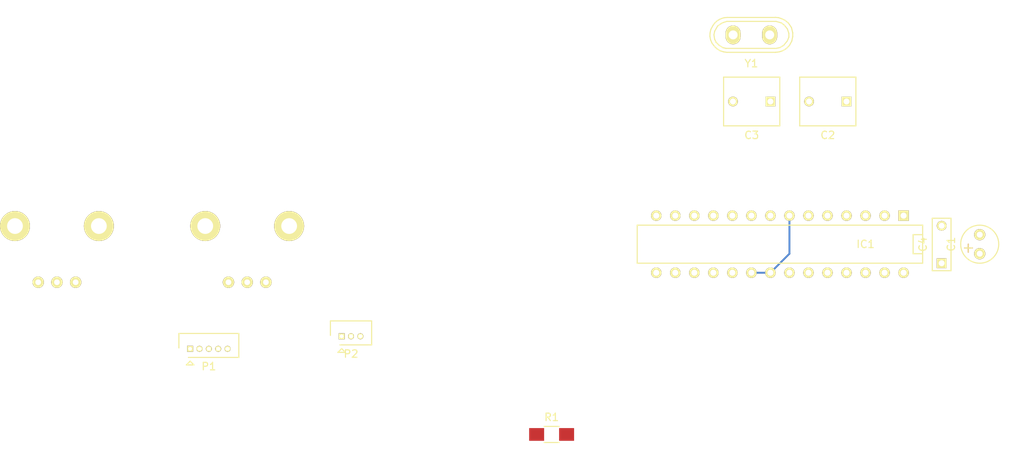
<source format=kicad_pcb>
(kicad_pcb (version 4) (host pcbnew "(2015-05-05 BZR 5645)-product")

  (general
    (links 29)
    (no_connects 27)
    (area 0 0 0 0)
    (thickness 1.6)
    (drawings 0)
    (tracks 3)
    (zones 0)
    (modules 11)
    (nets 26)
  )

  (page A4)
  (layers
    (0 F.Cu signal)
    (31 B.Cu signal)
    (32 B.Adhes user)
    (33 F.Adhes user)
    (34 B.Paste user)
    (35 F.Paste user)
    (36 B.SilkS user)
    (37 F.SilkS user)
    (38 B.Mask user)
    (39 F.Mask user)
    (40 Dwgs.User user)
    (41 Cmts.User user)
    (42 Eco1.User user)
    (43 Eco2.User user)
    (44 Edge.Cuts user)
    (45 Margin user)
    (46 B.CrtYd user)
    (47 F.CrtYd user)
    (48 B.Fab user)
    (49 F.Fab user)
  )

  (setup
    (last_trace_width 0.25)
    (trace_clearance 0.2)
    (zone_clearance 0.508)
    (zone_45_only no)
    (trace_min 0.2)
    (segment_width 0.2)
    (edge_width 0.1)
    (via_size 0.6)
    (via_drill 0.4)
    (via_min_size 0.4)
    (via_min_drill 0.3)
    (uvia_size 0.3)
    (uvia_drill 0.1)
    (uvias_allowed no)
    (uvia_min_size 0.2)
    (uvia_min_drill 0.1)
    (pcb_text_width 0.3)
    (pcb_text_size 1.5 1.5)
    (mod_edge_width 0.15)
    (mod_text_size 1 1)
    (mod_text_width 0.15)
    (pad_size 1.5 1.5)
    (pad_drill 0.6)
    (pad_to_mask_clearance 0)
    (aux_axis_origin 0 0)
    (visible_elements FFFFFF7F)
    (pcbplotparams
      (layerselection 0x00030_80000001)
      (usegerberextensions false)
      (excludeedgelayer true)
      (linewidth 0.100000)
      (plotframeref false)
      (viasonmask false)
      (mode 1)
      (useauxorigin false)
      (hpglpennumber 1)
      (hpglpenspeed 20)
      (hpglpendiameter 15)
      (hpglpenoverlay 2)
      (psnegative false)
      (psa4output false)
      (plotreference true)
      (plotvalue true)
      (plotinvisibletext false)
      (padsonsilk false)
      (subtractmaskfromsilk false)
      (outputformat 1)
      (mirror false)
      (drillshape 1)
      (scaleselection 1)
      (outputdirectory ""))
  )

  (net 0 "")
  (net 1 GND)
  (net 2 VCC)
  (net 3 "Net-(C2-Pad2)")
  (net 4 "Net-(C3-Pad2)")
  (net 5 "Net-(IC1-Pad2)")
  (net 6 "Net-(IC1-Pad3)")
  (net 7 "Net-(IC1-Pad4)")
  (net 8 "Net-(IC1-Pad5)")
  (net 9 "Net-(IC1-Pad6)")
  (net 10 "Net-(IC1-Pad11)")
  (net 11 "Net-(IC1-Pad12)")
  (net 12 "Net-(IC1-Pad13)")
  (net 13 "Net-(IC1-Pad14)")
  (net 14 "Net-(IC1-Pad1)")
  (net 15 "Net-(IC1-Pad15)")
  (net 16 "Net-(IC1-Pad16)")
  (net 17 "Net-(IC1-Pad17)")
  (net 18 "Net-(IC1-Pad18)")
  (net 19 "Net-(IC1-Pad19)")
  (net 20 "Net-(IC1-Pad23)")
  (net 21 "Net-(IC1-Pad24)")
  (net 22 "Net-(IC1-Pad25)")
  (net 23 "Net-(IC1-Pad26)")
  (net 24 "Net-(IC1-Pad27)")
  (net 25 "Net-(IC1-Pad28)")

  (net_class Default "This is the default net class."
    (clearance 0.2)
    (trace_width 0.25)
    (via_dia 0.6)
    (via_drill 0.4)
    (uvia_dia 0.3)
    (uvia_drill 0.1)
    (add_net GND)
    (add_net "Net-(C2-Pad2)")
    (add_net "Net-(C3-Pad2)")
    (add_net "Net-(IC1-Pad1)")
    (add_net "Net-(IC1-Pad11)")
    (add_net "Net-(IC1-Pad12)")
    (add_net "Net-(IC1-Pad13)")
    (add_net "Net-(IC1-Pad14)")
    (add_net "Net-(IC1-Pad15)")
    (add_net "Net-(IC1-Pad16)")
    (add_net "Net-(IC1-Pad17)")
    (add_net "Net-(IC1-Pad18)")
    (add_net "Net-(IC1-Pad19)")
    (add_net "Net-(IC1-Pad2)")
    (add_net "Net-(IC1-Pad23)")
    (add_net "Net-(IC1-Pad24)")
    (add_net "Net-(IC1-Pad25)")
    (add_net "Net-(IC1-Pad26)")
    (add_net "Net-(IC1-Pad27)")
    (add_net "Net-(IC1-Pad28)")
    (add_net "Net-(IC1-Pad3)")
    (add_net "Net-(IC1-Pad4)")
    (add_net "Net-(IC1-Pad5)")
    (add_net "Net-(IC1-Pad6)")
    (add_net VCC)
  )

  (module Capacitors_Elko_ThroughHole:Elko_vert_11x5mm_RM2.5 (layer F.Cu) (tedit 5454A2C2) (tstamp 554B7C44)
    (at 233.68 93.98 90)
    (descr "Electrolytic Capacitor, vertical, diameter 5mm, radial, RM 2,5mm")
    (tags "Electrolytic Capacitor, vertical, diameter 5mm, radial, RM 2,5mm, Elko, Electrolytkondensator, Kondensator gepolt, Durchmesser 5mm")
    (path /554B4ABA)
    (fp_text reference C1 (at 1.27 -3.81 90) (layer F.SilkS)
      (effects (font (size 1 1) (thickness 0.15)))
    )
    (fp_text value 10µ (at 1.27 5.08 90) (layer F.Fab)
      (effects (font (size 1 1) (thickness 0.15)))
    )
    (fp_line (start 0.2032 -1.524) (end 1.27 -1.524) (layer F.Cu) (width 0.15))
    (fp_line (start 0.762 -2.032) (end 0.762 -0.9906) (layer F.Cu) (width 0.15))
    (fp_line (start 1.27 -1.524) (end 0.2032 -1.524) (layer F.SilkS) (width 0.15))
    (fp_line (start 0.762 -2.032) (end 0.762 -0.9906) (layer F.SilkS) (width 0.15))
    (fp_circle (center 1.27 0) (end 3.81 0) (layer F.SilkS) (width 0.15))
    (pad 2 thru_hole circle (at 2.54 0 90) (size 1.50114 1.50114) (drill 0.8001) (layers *.Cu *.Mask F.SilkS)
      (net 1 GND))
    (pad 1 thru_hole circle (at 0 0 90) (size 1.50114 1.50114) (drill 0.8001) (layers *.Cu *.Mask F.SilkS)
      (net 2 VCC))
    (model Capacitors_Elko_ThroughHole.3dshapes/Elko_vert_11x5mm_RM2.5.wrl
      (at (xyz 0 0 0))
      (scale (xyz 1 1 1))
      (rotate (xyz 0 0 0))
    )
  )

  (module Capacitors_ThroughHole:C_Rect_L7.5_W6.5_P5 (layer F.Cu) (tedit 0) (tstamp 554B7C4A)
    (at 215.9 73.66 180)
    (descr "Film Capacitor Length 7.5mm x Width 6.5mm, Pitch 5mm")
    (tags Capacitor)
    (path /554B4E21)
    (fp_text reference C2 (at 2.5 -4.5 180) (layer F.SilkS)
      (effects (font (size 1 1) (thickness 0.15)))
    )
    (fp_text value 22pF (at 2.5 4.5 180) (layer F.Fab)
      (effects (font (size 1 1) (thickness 0.15)))
    )
    (fp_line (start -1.5 -3.5) (end 6.5 -3.5) (layer F.CrtYd) (width 0.05))
    (fp_line (start 6.5 -3.5) (end 6.5 3.5) (layer F.CrtYd) (width 0.05))
    (fp_line (start 6.5 3.5) (end -1.5 3.5) (layer F.CrtYd) (width 0.05))
    (fp_line (start -1.5 3.5) (end -1.5 -3.5) (layer F.CrtYd) (width 0.05))
    (fp_line (start -1.25 -3.25) (end 6.25 -3.25) (layer F.SilkS) (width 0.15))
    (fp_line (start 6.25 -3.25) (end 6.25 3.25) (layer F.SilkS) (width 0.15))
    (fp_line (start 6.25 3.25) (end -1.25 3.25) (layer F.SilkS) (width 0.15))
    (fp_line (start -1.25 3.25) (end -1.25 -3.25) (layer F.SilkS) (width 0.15))
    (pad 1 thru_hole rect (at 0 0 180) (size 1.3 1.3) (drill 0.8) (layers *.Cu *.Mask F.SilkS)
      (net 1 GND))
    (pad 2 thru_hole circle (at 5 0 180) (size 1.3 1.3) (drill 0.8) (layers *.Cu *.Mask F.SilkS)
      (net 3 "Net-(C2-Pad2)"))
  )

  (module Capacitors_ThroughHole:C_Rect_L7.5_W6.5_P5 (layer F.Cu) (tedit 0) (tstamp 554B7C50)
    (at 205.74 73.66 180)
    (descr "Film Capacitor Length 7.5mm x Width 6.5mm, Pitch 5mm")
    (tags Capacitor)
    (path /554B4E56)
    (fp_text reference C3 (at 2.5 -4.5 180) (layer F.SilkS)
      (effects (font (size 1 1) (thickness 0.15)))
    )
    (fp_text value 22pF (at 2.5 4.5 180) (layer F.Fab)
      (effects (font (size 1 1) (thickness 0.15)))
    )
    (fp_line (start -1.5 -3.5) (end 6.5 -3.5) (layer F.CrtYd) (width 0.05))
    (fp_line (start 6.5 -3.5) (end 6.5 3.5) (layer F.CrtYd) (width 0.05))
    (fp_line (start 6.5 3.5) (end -1.5 3.5) (layer F.CrtYd) (width 0.05))
    (fp_line (start -1.5 3.5) (end -1.5 -3.5) (layer F.CrtYd) (width 0.05))
    (fp_line (start -1.25 -3.25) (end 6.25 -3.25) (layer F.SilkS) (width 0.15))
    (fp_line (start 6.25 -3.25) (end 6.25 3.25) (layer F.SilkS) (width 0.15))
    (fp_line (start 6.25 3.25) (end -1.25 3.25) (layer F.SilkS) (width 0.15))
    (fp_line (start -1.25 3.25) (end -1.25 -3.25) (layer F.SilkS) (width 0.15))
    (pad 1 thru_hole rect (at 0 0 180) (size 1.3 1.3) (drill 0.8) (layers *.Cu *.Mask F.SilkS)
      (net 1 GND))
    (pad 2 thru_hole circle (at 5 0 180) (size 1.3 1.3) (drill 0.8) (layers *.Cu *.Mask F.SilkS)
      (net 4 "Net-(C3-Pad2)"))
  )

  (module Housings_DIP:DIP-28__300 (layer F.Cu) (tedit 0) (tstamp 554B7C70)
    (at 207.01 92.71 180)
    (descr "28 pins DIL package, round pads, width 300mil")
    (tags DIL)
    (path /554B41B8)
    (fp_text reference IC1 (at -11.43 0 180) (layer F.SilkS)
      (effects (font (size 1 1) (thickness 0.15)))
    )
    (fp_text value ATMEGA328-P (at 10.16 0 180) (layer F.Fab)
      (effects (font (size 1 1) (thickness 0.15)))
    )
    (fp_line (start -19.05 -2.54) (end 19.05 -2.54) (layer F.SilkS) (width 0.15))
    (fp_line (start 19.05 -2.54) (end 19.05 2.54) (layer F.SilkS) (width 0.15))
    (fp_line (start 19.05 2.54) (end -19.05 2.54) (layer F.SilkS) (width 0.15))
    (fp_line (start -19.05 2.54) (end -19.05 -2.54) (layer F.SilkS) (width 0.15))
    (fp_line (start -19.05 -1.27) (end -17.78 -1.27) (layer F.SilkS) (width 0.15))
    (fp_line (start -17.78 -1.27) (end -17.78 1.27) (layer F.SilkS) (width 0.15))
    (fp_line (start -17.78 1.27) (end -19.05 1.27) (layer F.SilkS) (width 0.15))
    (pad 2 thru_hole circle (at -13.97 3.81 180) (size 1.397 1.397) (drill 0.8128) (layers *.Cu *.Mask F.SilkS)
      (net 5 "Net-(IC1-Pad2)"))
    (pad 3 thru_hole circle (at -11.43 3.81 180) (size 1.397 1.397) (drill 0.8128) (layers *.Cu *.Mask F.SilkS)
      (net 6 "Net-(IC1-Pad3)"))
    (pad 4 thru_hole circle (at -8.89 3.81 180) (size 1.397 1.397) (drill 0.8128) (layers *.Cu *.Mask F.SilkS)
      (net 7 "Net-(IC1-Pad4)"))
    (pad 5 thru_hole circle (at -6.35 3.81 180) (size 1.397 1.397) (drill 0.8128) (layers *.Cu *.Mask F.SilkS)
      (net 8 "Net-(IC1-Pad5)"))
    (pad 6 thru_hole circle (at -3.81 3.81 180) (size 1.397 1.397) (drill 0.8128) (layers *.Cu *.Mask F.SilkS)
      (net 9 "Net-(IC1-Pad6)"))
    (pad 7 thru_hole circle (at -1.27 3.81 180) (size 1.397 1.397) (drill 0.8128) (layers *.Cu *.Mask F.SilkS)
      (net 2 VCC))
    (pad 8 thru_hole circle (at 1.27 3.81 180) (size 1.397 1.397) (drill 0.8128) (layers *.Cu *.Mask F.SilkS)
      (net 1 GND))
    (pad 9 thru_hole circle (at 3.81 3.81 180) (size 1.397 1.397) (drill 0.8128) (layers *.Cu *.Mask F.SilkS)
      (net 3 "Net-(C2-Pad2)"))
    (pad 10 thru_hole circle (at 6.35 3.81 180) (size 1.397 1.397) (drill 0.8128) (layers *.Cu *.Mask F.SilkS)
      (net 4 "Net-(C3-Pad2)"))
    (pad 11 thru_hole circle (at 8.89 3.81 180) (size 1.397 1.397) (drill 0.8128) (layers *.Cu *.Mask F.SilkS)
      (net 10 "Net-(IC1-Pad11)"))
    (pad 12 thru_hole circle (at 11.43 3.81 180) (size 1.397 1.397) (drill 0.8128) (layers *.Cu *.Mask F.SilkS)
      (net 11 "Net-(IC1-Pad12)"))
    (pad 13 thru_hole circle (at 13.97 3.81 180) (size 1.397 1.397) (drill 0.8128) (layers *.Cu *.Mask F.SilkS)
      (net 12 "Net-(IC1-Pad13)"))
    (pad 14 thru_hole circle (at 16.51 3.81 180) (size 1.397 1.397) (drill 0.8128) (layers *.Cu *.Mask F.SilkS)
      (net 13 "Net-(IC1-Pad14)"))
    (pad 1 thru_hole rect (at -16.51 3.81 180) (size 1.397 1.397) (drill 0.8128) (layers *.Cu *.Mask F.SilkS)
      (net 14 "Net-(IC1-Pad1)"))
    (pad 15 thru_hole circle (at 16.51 -3.81 180) (size 1.397 1.397) (drill 0.8128) (layers *.Cu *.Mask F.SilkS)
      (net 15 "Net-(IC1-Pad15)"))
    (pad 16 thru_hole circle (at 13.97 -3.81 180) (size 1.397 1.397) (drill 0.8128) (layers *.Cu *.Mask F.SilkS)
      (net 16 "Net-(IC1-Pad16)"))
    (pad 17 thru_hole circle (at 11.43 -3.81 180) (size 1.397 1.397) (drill 0.8128) (layers *.Cu *.Mask F.SilkS)
      (net 17 "Net-(IC1-Pad17)"))
    (pad 18 thru_hole circle (at 8.89 -3.81 180) (size 1.397 1.397) (drill 0.8128) (layers *.Cu *.Mask F.SilkS)
      (net 18 "Net-(IC1-Pad18)"))
    (pad 19 thru_hole circle (at 6.35 -3.81 180) (size 1.397 1.397) (drill 0.8128) (layers *.Cu *.Mask F.SilkS)
      (net 19 "Net-(IC1-Pad19)"))
    (pad 20 thru_hole circle (at 3.81 -3.81 180) (size 1.397 1.397) (drill 0.8128) (layers *.Cu *.Mask F.SilkS)
      (net 2 VCC))
    (pad 21 thru_hole circle (at 1.27 -3.81 180) (size 1.397 1.397) (drill 0.8128) (layers *.Cu *.Mask F.SilkS)
      (net 2 VCC))
    (pad 22 thru_hole circle (at -1.27 -3.81 180) (size 1.397 1.397) (drill 0.8128) (layers *.Cu *.Mask F.SilkS)
      (net 1 GND))
    (pad 23 thru_hole circle (at -3.81 -3.81 180) (size 1.397 1.397) (drill 0.8128) (layers *.Cu *.Mask F.SilkS)
      (net 20 "Net-(IC1-Pad23)"))
    (pad 24 thru_hole circle (at -6.35 -3.81 180) (size 1.397 1.397) (drill 0.8128) (layers *.Cu *.Mask F.SilkS)
      (net 21 "Net-(IC1-Pad24)"))
    (pad 25 thru_hole circle (at -8.89 -3.81 180) (size 1.397 1.397) (drill 0.8128) (layers *.Cu *.Mask F.SilkS)
      (net 22 "Net-(IC1-Pad25)"))
    (pad 26 thru_hole circle (at -11.43 -3.81 180) (size 1.397 1.397) (drill 0.8128) (layers *.Cu *.Mask F.SilkS)
      (net 23 "Net-(IC1-Pad26)"))
    (pad 27 thru_hole circle (at -13.97 -3.81 180) (size 1.397 1.397) (drill 0.8128) (layers *.Cu *.Mask F.SilkS)
      (net 24 "Net-(IC1-Pad27)"))
    (pad 28 thru_hole circle (at -16.51 -3.81 180) (size 1.397 1.397) (drill 0.8128) (layers *.Cu *.Mask F.SilkS)
      (net 25 "Net-(IC1-Pad28)"))
    (model Sockets_DIP.3dshapes/DIP-28__300.wrl
      (at (xyz 0 0 0))
      (scale (xyz 1 1 1))
      (rotate (xyz 0 0 0))
    )
  )

  (module Connectors_Molex:Connector_Molex_PicoBlade_53047-0510 (layer F.Cu) (tedit 0) (tstamp 554B7C79)
    (at 128.27 106.68)
    (descr "Molex PicoBlade 1.25mm shrouded header. Vertical. 5 ways")
    (path /554B50E4)
    (fp_text reference P1 (at 2.5 2.35) (layer F.SilkS)
      (effects (font (size 1 1) (thickness 0.15)))
    )
    (fp_text value to_buttonPCB (at 2.5 -3.25) (layer F.Fab)
      (effects (font (size 1 1) (thickness 0.15)))
    )
    (fp_line (start -1.5 -0.12) (end -1.5 -2.05) (layer F.SilkS) (width 0.15))
    (fp_line (start -1.5 -2.05) (end 6.5 -2.05) (layer F.SilkS) (width 0.15))
    (fp_line (start 6.5 -2.05) (end 6.5 1.15) (layer F.SilkS) (width 0.15))
    (fp_line (start 6.5 1.15) (end -0.23 1.15) (layer F.SilkS) (width 0.15))
    (fp_line (start 0 1.65) (end 0.5 2.15) (layer F.SilkS) (width 0.15))
    (fp_line (start 0.5 2.15) (end -0.5 2.15) (layer F.SilkS) (width 0.15))
    (fp_line (start -0.5 2.15) (end 0 1.65) (layer F.SilkS) (width 0.15))
    (fp_line (start -0.23 1.15) (end -1.5 -0.12) (layer F.Adhes) (width 0.2))
    (fp_line (start -1.5 -0.12) (end -1.5 -2.05) (layer F.Adhes) (width 0.2))
    (fp_line (start -1.5 -2.05) (end 6.5 -2.05) (layer F.Adhes) (width 0.2))
    (fp_line (start 6.5 -2.05) (end 6.5 1.15) (layer F.Adhes) (width 0.2))
    (fp_line (start 6.5 1.15) (end -0.23 1.15) (layer F.Adhes) (width 0.2))
    (pad 1 thru_hole rect (at 0 0) (size 0.8 0.8) (drill 0.5) (layers *.Cu *.Mask F.SilkS)
      (net 1 GND))
    (pad 2 thru_hole oval (at 1.25 0) (size 0.8 0.8) (drill 0.5) (layers *.Cu *.Mask F.SilkS)
      (net 15 "Net-(IC1-Pad15)"))
    (pad 3 thru_hole oval (at 2.5 0) (size 0.8 0.8) (drill 0.5) (layers *.Cu *.Mask F.SilkS)
      (net 16 "Net-(IC1-Pad16)"))
    (pad 4 thru_hole oval (at 3.75 0) (size 0.8 0.8) (drill 0.5) (layers *.Cu *.Mask F.SilkS)
      (net 17 "Net-(IC1-Pad17)"))
    (pad 5 thru_hole oval (at 5 0) (size 0.8 0.8) (drill 0.5) (layers *.Cu *.Mask F.SilkS)
      (net 18 "Net-(IC1-Pad18)"))
    (model Connectors_Molex.3dshapes/Connector_Molex_PicoBlade_53047-0510.wrl
      (at (xyz 0.0984252 0 0))
      (scale (xyz 1 1 1))
      (rotate (xyz 0 0 180))
    )
  )

  (module Connectors_Molex:Connector_Molex_PicoBlade_53047-0310 (layer F.Cu) (tedit 0) (tstamp 554B7C80)
    (at 148.5011 105.0036)
    (descr "Molex PicoBlade 1.25mm shrouded header. Vertical. 3 ways")
    (path /554B5412)
    (fp_text reference P2 (at 1.25 2.35) (layer F.SilkS)
      (effects (font (size 1 1) (thickness 0.15)))
    )
    (fp_text value CONN_01X03 (at 1.25 -3.25) (layer F.Fab)
      (effects (font (size 1 1) (thickness 0.15)))
    )
    (fp_line (start -1.5 -0.12) (end -1.5 -2.05) (layer F.SilkS) (width 0.15))
    (fp_line (start -1.5 -2.05) (end 4 -2.05) (layer F.SilkS) (width 0.15))
    (fp_line (start 4 -2.05) (end 4 1.15) (layer F.SilkS) (width 0.15))
    (fp_line (start 4 1.15) (end -0.23 1.15) (layer F.SilkS) (width 0.15))
    (fp_line (start 0 1.65) (end 0.5 2.15) (layer F.SilkS) (width 0.15))
    (fp_line (start 0.5 2.15) (end -0.5 2.15) (layer F.SilkS) (width 0.15))
    (fp_line (start -0.5 2.15) (end 0 1.65) (layer F.SilkS) (width 0.15))
    (fp_line (start -0.23 1.15) (end -1.5 -0.12) (layer F.Adhes) (width 0.2))
    (fp_line (start -1.5 -0.12) (end -1.5 -2.05) (layer F.Adhes) (width 0.2))
    (fp_line (start -1.5 -2.05) (end 4 -2.05) (layer F.Adhes) (width 0.2))
    (fp_line (start 4 -2.05) (end 4 1.15) (layer F.Adhes) (width 0.2))
    (fp_line (start 4 1.15) (end -0.23 1.15) (layer F.Adhes) (width 0.2))
    (pad 1 thru_hole rect (at 0 0) (size 0.8 0.8) (drill 0.5) (layers *.Cu *.Mask F.SilkS)
      (net 2 VCC))
    (pad 2 thru_hole oval (at 1.25 0) (size 0.8 0.8) (drill 0.5) (layers *.Cu *.Mask F.SilkS)
      (net 6 "Net-(IC1-Pad3)"))
    (pad 3 thru_hole oval (at 2.5 0) (size 0.8 0.8) (drill 0.5) (layers *.Cu *.Mask F.SilkS)
      (net 1 GND))
    (model Connectors_Molex.3dshapes/Connector_Molex_PicoBlade_53047-0310.wrl
      (at (xyz 0.0492126 0 0))
      (scale (xyz 1 1 1))
      (rotate (xyz 0 0 180))
    )
  )

  (module Resistors_SMD:R_1206_HandSoldering (layer F.Cu) (tedit 5418A20D) (tstamp 554B7C86)
    (at 176.53 118.11)
    (descr "Resistor SMD 1206, hand soldering")
    (tags "resistor 1206")
    (path /554B4900)
    (attr smd)
    (fp_text reference R1 (at 0 -2.3) (layer F.SilkS)
      (effects (font (size 1 1) (thickness 0.15)))
    )
    (fp_text value 10K (at 0 2.3) (layer F.Fab)
      (effects (font (size 1 1) (thickness 0.15)))
    )
    (fp_line (start -3.3 -1.2) (end 3.3 -1.2) (layer F.CrtYd) (width 0.05))
    (fp_line (start -3.3 1.2) (end 3.3 1.2) (layer F.CrtYd) (width 0.05))
    (fp_line (start -3.3 -1.2) (end -3.3 1.2) (layer F.CrtYd) (width 0.05))
    (fp_line (start 3.3 -1.2) (end 3.3 1.2) (layer F.CrtYd) (width 0.05))
    (fp_line (start 1 1.075) (end -1 1.075) (layer F.SilkS) (width 0.15))
    (fp_line (start -1 -1.075) (end 1 -1.075) (layer F.SilkS) (width 0.15))
    (pad 1 smd rect (at -2 0) (size 2 1.7) (layers F.Cu F.Paste F.Mask)
      (net 2 VCC))
    (pad 2 smd rect (at 2 0) (size 2 1.7) (layers F.Cu F.Paste F.Mask)
      (net 14 "Net-(IC1-Pad1)"))
    (model Resistors_SMD.3dshapes/R_1206_HandSoldering.wrl
      (at (xyz 0 0 0))
      (scale (xyz 1 1 1))
      (rotate (xyz 0 0 0))
    )
  )

  (module PushPull:STEC12E-1 (layer F.Cu) (tedit 554B707D) (tstamp 554B7C8F)
    (at 110.49 97.79)
    (descr Encoder)
    (tags Encoder)
    (path /554B47A5)
    (fp_text reference U1 (at 0 3.5) (layer F.SilkS) hide
      (effects (font (size 1 1) (thickness 0.15)))
    )
    (fp_text value STEC12E (at 0 -10) (layer F.Fab) hide
      (effects (font (size 1 1) (thickness 0.15)))
    )
    (pad 2 thru_hole circle (at -2.5 0) (size 1.524 1.524) (drill 0.762) (layers *.Cu *.Mask F.SilkS)
      (net 10 "Net-(IC1-Pad11)"))
    (pad 1 thru_hole circle (at 0 0) (size 1.524 1.524) (drill 0.762) (layers *.Cu *.Mask F.SilkS)
      (net 1 GND))
    (pad 3 thru_hole circle (at 2.5 0) (size 1.524 1.524) (drill 0.762) (layers *.Cu *.Mask F.SilkS)
      (net 11 "Net-(IC1-Pad12)"))
    (pad "" thru_hole circle (at -5.6 -7.5) (size 4 4) (drill 2.1) (layers *.Cu *.Mask F.SilkS))
    (pad "" thru_hole circle (at 5.6 -7.5) (size 4 4) (drill 2.1) (layers *.Cu *.Mask F.SilkS))
  )

  (module PushPull:STEC12E-1 (layer F.Cu) (tedit 554B707D) (tstamp 554B7C98)
    (at 135.89 97.79)
    (descr Encoder)
    (tags Encoder)
    (path /554B47CC)
    (fp_text reference U2 (at 0 3.5) (layer F.SilkS) hide
      (effects (font (size 1 1) (thickness 0.15)))
    )
    (fp_text value STEC12E (at 0 -10) (layer F.Fab) hide
      (effects (font (size 1 1) (thickness 0.15)))
    )
    (pad 2 thru_hole circle (at -2.5 0) (size 1.524 1.524) (drill 0.762) (layers *.Cu *.Mask F.SilkS)
      (net 12 "Net-(IC1-Pad13)"))
    (pad 1 thru_hole circle (at 0 0) (size 1.524 1.524) (drill 0.762) (layers *.Cu *.Mask F.SilkS)
      (net 1 GND))
    (pad 3 thru_hole circle (at 2.5 0) (size 1.524 1.524) (drill 0.762) (layers *.Cu *.Mask F.SilkS)
      (net 13 "Net-(IC1-Pad14)"))
    (pad "" thru_hole circle (at -5.6 -7.5) (size 4 4) (drill 2.1) (layers *.Cu *.Mask F.SilkS))
    (pad "" thru_hole circle (at 5.6 -7.5) (size 4 4) (drill 2.1) (layers *.Cu *.Mask F.SilkS))
  )

  (module Crystals:Crystal_HC50-U_Vertical (layer F.Cu) (tedit 0) (tstamp 554B7C9E)
    (at 203.2 64.77 180)
    (descr "Crystal, Quarz, HC50/U, vertical, stehend,")
    (tags "Crystal, Quarz, HC50/U, vertical, stehend,")
    (path /554B4C4C)
    (fp_text reference Y1 (at 0 -3.81 180) (layer F.SilkS)
      (effects (font (size 1 1) (thickness 0.15)))
    )
    (fp_text value Crystal_Small (at 0 3.81 180) (layer F.Fab)
      (effects (font (size 1 1) (thickness 0.15)))
    )
    (fp_line (start 4.699 -1.00076) (end 4.89966 -0.59944) (layer F.SilkS) (width 0.15))
    (fp_line (start 4.89966 -0.59944) (end 5.00126 0) (layer F.SilkS) (width 0.15))
    (fp_line (start 5.00126 0) (end 4.89966 0.50038) (layer F.SilkS) (width 0.15))
    (fp_line (start 4.89966 0.50038) (end 4.50088 1.19888) (layer F.SilkS) (width 0.15))
    (fp_line (start 4.50088 1.19888) (end 3.8989 1.6002) (layer F.SilkS) (width 0.15))
    (fp_line (start 3.8989 1.6002) (end 3.29946 1.80086) (layer F.SilkS) (width 0.15))
    (fp_line (start 3.29946 1.80086) (end -3.29946 1.80086) (layer F.SilkS) (width 0.15))
    (fp_line (start -3.29946 1.80086) (end -4.0005 1.6002) (layer F.SilkS) (width 0.15))
    (fp_line (start -4.0005 1.6002) (end -4.39928 1.30048) (layer F.SilkS) (width 0.15))
    (fp_line (start -4.39928 1.30048) (end -4.8006 0.8001) (layer F.SilkS) (width 0.15))
    (fp_line (start -4.8006 0.8001) (end -5.00126 0.20066) (layer F.SilkS) (width 0.15))
    (fp_line (start -5.00126 0.20066) (end -5.00126 -0.29972) (layer F.SilkS) (width 0.15))
    (fp_line (start -5.00126 -0.29972) (end -4.8006 -0.8001) (layer F.SilkS) (width 0.15))
    (fp_line (start -4.8006 -0.8001) (end -4.30022 -1.39954) (layer F.SilkS) (width 0.15))
    (fp_line (start -4.30022 -1.39954) (end -3.79984 -1.69926) (layer F.SilkS) (width 0.15))
    (fp_line (start -3.79984 -1.69926) (end -3.29946 -1.80086) (layer F.SilkS) (width 0.15))
    (fp_line (start -3.2004 -1.80086) (end 3.40106 -1.80086) (layer F.SilkS) (width 0.15))
    (fp_line (start 3.40106 -1.80086) (end 3.79984 -1.69926) (layer F.SilkS) (width 0.15))
    (fp_line (start 3.79984 -1.69926) (end 4.30022 -1.39954) (layer F.SilkS) (width 0.15))
    (fp_line (start 4.30022 -1.39954) (end 4.8006 -0.89916) (layer F.SilkS) (width 0.15))
    (fp_line (start -3.19024 -2.32918) (end -3.64998 -2.28092) (layer F.SilkS) (width 0.15))
    (fp_line (start -3.64998 -2.28092) (end -4.04876 -2.16916) (layer F.SilkS) (width 0.15))
    (fp_line (start -4.04876 -2.16916) (end -4.48056 -1.95072) (layer F.SilkS) (width 0.15))
    (fp_line (start -4.48056 -1.95072) (end -4.77012 -1.71958) (layer F.SilkS) (width 0.15))
    (fp_line (start -4.77012 -1.71958) (end -5.10032 -1.36906) (layer F.SilkS) (width 0.15))
    (fp_line (start -5.10032 -1.36906) (end -5.38988 -0.83058) (layer F.SilkS) (width 0.15))
    (fp_line (start -5.38988 -0.83058) (end -5.51942 -0.23114) (layer F.SilkS) (width 0.15))
    (fp_line (start -5.51942 -0.23114) (end -5.51942 0.2794) (layer F.SilkS) (width 0.15))
    (fp_line (start -5.51942 0.2794) (end -5.34924 0.98044) (layer F.SilkS) (width 0.15))
    (fp_line (start -5.34924 0.98044) (end -4.95046 1.56972) (layer F.SilkS) (width 0.15))
    (fp_line (start -4.95046 1.56972) (end -4.49072 1.94056) (layer F.SilkS) (width 0.15))
    (fp_line (start -4.49072 1.94056) (end -4.06908 2.14884) (layer F.SilkS) (width 0.15))
    (fp_line (start -4.06908 2.14884) (end -3.6195 2.30886) (layer F.SilkS) (width 0.15))
    (fp_line (start -3.6195 2.30886) (end -3.18008 2.33934) (layer F.SilkS) (width 0.15))
    (fp_line (start 4.16052 2.1209) (end 4.53898 1.89992) (layer F.SilkS) (width 0.15))
    (fp_line (start 4.53898 1.89992) (end 4.85902 1.62052) (layer F.SilkS) (width 0.15))
    (fp_line (start 4.85902 1.62052) (end 5.11048 1.29032) (layer F.SilkS) (width 0.15))
    (fp_line (start 5.11048 1.29032) (end 5.4102 0.73914) (layer F.SilkS) (width 0.15))
    (fp_line (start 5.4102 0.73914) (end 5.51942 0.26924) (layer F.SilkS) (width 0.15))
    (fp_line (start 5.51942 0.26924) (end 5.53974 -0.1905) (layer F.SilkS) (width 0.15))
    (fp_line (start 5.53974 -0.1905) (end 5.45084 -0.65024) (layer F.SilkS) (width 0.15))
    (fp_line (start 5.45084 -0.65024) (end 5.26034 -1.09982) (layer F.SilkS) (width 0.15))
    (fp_line (start 5.26034 -1.09982) (end 4.89966 -1.56972) (layer F.SilkS) (width 0.15))
    (fp_line (start 4.89966 -1.56972) (end 4.54914 -1.88976) (layer F.SilkS) (width 0.15))
    (fp_line (start 4.54914 -1.88976) (end 4.16052 -2.1209) (layer F.SilkS) (width 0.15))
    (fp_line (start 4.16052 -2.1209) (end 3.73126 -2.2606) (layer F.SilkS) (width 0.15))
    (fp_line (start 3.73126 -2.2606) (end 3.2893 -2.32918) (layer F.SilkS) (width 0.15))
    (fp_line (start -3.2004 2.32918) (end 3.2512 2.32918) (layer F.SilkS) (width 0.15))
    (fp_line (start 3.2512 2.32918) (end 3.6703 2.29108) (layer F.SilkS) (width 0.15))
    (fp_line (start 3.6703 2.29108) (end 4.16052 2.1209) (layer F.SilkS) (width 0.15))
    (fp_line (start -3.2004 -2.32918) (end 3.2512 -2.32918) (layer F.SilkS) (width 0.15))
    (pad 1 thru_hole oval (at -2.44094 0 180) (size 1.99898 2.49936) (drill 1.19888) (layers *.Cu *.Mask F.SilkS)
      (net 3 "Net-(C2-Pad2)"))
    (pad 2 thru_hole oval (at 2.44094 0 180) (size 1.99898 2.49936) (drill 1.19888) (layers *.Cu *.Mask F.SilkS)
      (net 4 "Net-(C3-Pad2)"))
  )

  (module Capacitors_ThroughHole:C_Rect_L7_W2.5_P5 (layer F.Cu) (tedit 0) (tstamp 554B9469)
    (at 228.6 95.25 90)
    (descr "Film Capacitor Length 7mm x Width 2.5mm, Pitch 5mm")
    (tags Capacitor)
    (path /554B92DC)
    (fp_text reference C4 (at 2.5 -2.5 90) (layer F.SilkS)
      (effects (font (size 1 1) (thickness 0.15)))
    )
    (fp_text value 100nF (at 2.5 2.5 90) (layer F.Fab)
      (effects (font (size 1 1) (thickness 0.15)))
    )
    (fp_line (start -1.25 -1.5) (end 6.25 -1.5) (layer F.CrtYd) (width 0.05))
    (fp_line (start 6.25 -1.5) (end 6.25 1.5) (layer F.CrtYd) (width 0.05))
    (fp_line (start 6.25 1.5) (end -1.25 1.5) (layer F.CrtYd) (width 0.05))
    (fp_line (start -1.25 1.5) (end -1.25 -1.5) (layer F.CrtYd) (width 0.05))
    (fp_line (start -1 -1.25) (end 6 -1.25) (layer F.SilkS) (width 0.15))
    (fp_line (start 6 -1.25) (end 6 1.25) (layer F.SilkS) (width 0.15))
    (fp_line (start 6 1.25) (end -1 1.25) (layer F.SilkS) (width 0.15))
    (fp_line (start -1 1.25) (end -1 -1.25) (layer F.SilkS) (width 0.15))
    (pad 1 thru_hole rect (at 0 0 90) (size 1.3 1.3) (drill 0.8) (layers *.Cu *.Mask F.SilkS)
      (net 2 VCC))
    (pad 2 thru_hole circle (at 5 0 90) (size 1.3 1.3) (drill 0.8) (layers *.Cu *.Mask F.SilkS)
      (net 1 GND))
  )

  (segment (start 205.74 96.52) (end 203.2 96.52) (width 0.25) (layer B.Cu) (net 2) (tstamp 554B94B2))
  (segment (start 208.28 93.98) (end 205.74 96.52) (width 0.25) (layer B.Cu) (net 2) (tstamp 554B94A6))
  (segment (start 208.28 88.9) (end 208.28 93.98) (width 0.25) (layer B.Cu) (net 2))

)

</source>
